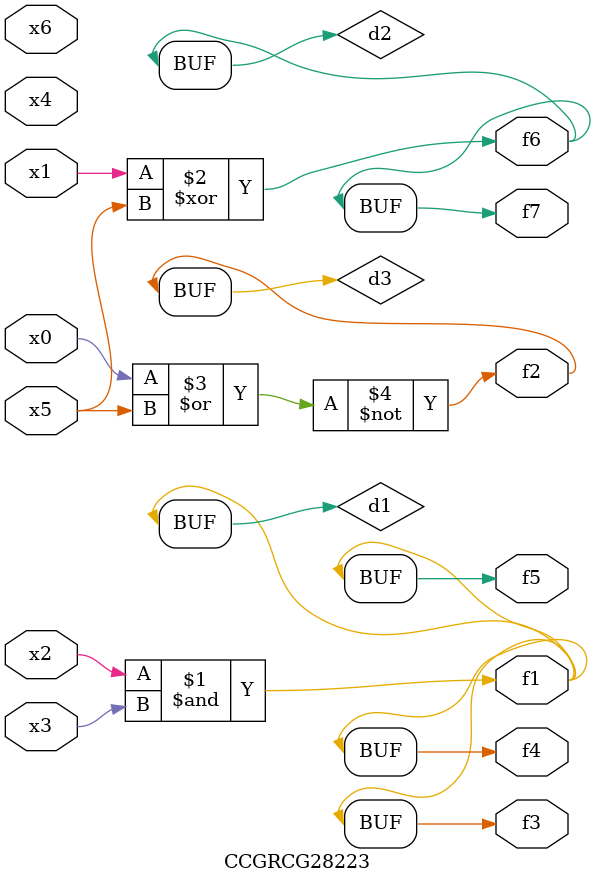
<source format=v>
module CCGRCG28223(
	input x0, x1, x2, x3, x4, x5, x6,
	output f1, f2, f3, f4, f5, f6, f7
);

	wire d1, d2, d3;

	and (d1, x2, x3);
	xor (d2, x1, x5);
	nor (d3, x0, x5);
	assign f1 = d1;
	assign f2 = d3;
	assign f3 = d1;
	assign f4 = d1;
	assign f5 = d1;
	assign f6 = d2;
	assign f7 = d2;
endmodule

</source>
